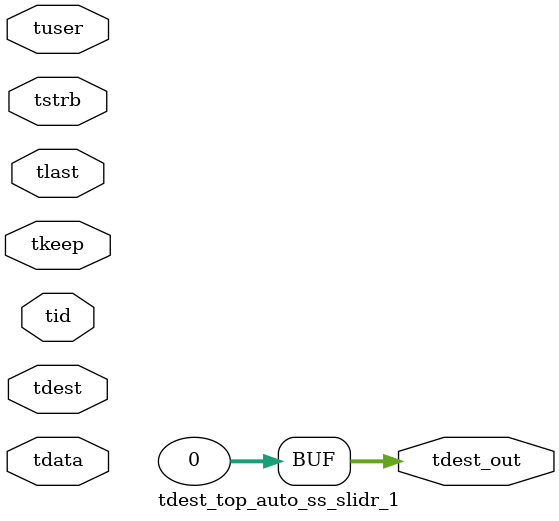
<source format=v>


`timescale 1ps/1ps

module tdest_top_auto_ss_slidr_1 #
(
parameter C_S_AXIS_TDATA_WIDTH = 32,
parameter C_S_AXIS_TUSER_WIDTH = 0,
parameter C_S_AXIS_TID_WIDTH   = 0,
parameter C_S_AXIS_TDEST_WIDTH = 0,
parameter C_M_AXIS_TDEST_WIDTH = 32
)
(
input  [(C_S_AXIS_TDATA_WIDTH == 0 ? 1 : C_S_AXIS_TDATA_WIDTH)-1:0     ] tdata,
input  [(C_S_AXIS_TUSER_WIDTH == 0 ? 1 : C_S_AXIS_TUSER_WIDTH)-1:0     ] tuser,
input  [(C_S_AXIS_TID_WIDTH   == 0 ? 1 : C_S_AXIS_TID_WIDTH)-1:0       ] tid,
input  [(C_S_AXIS_TDEST_WIDTH == 0 ? 1 : C_S_AXIS_TDEST_WIDTH)-1:0     ] tdest,
input  [(C_S_AXIS_TDATA_WIDTH/8)-1:0 ] tkeep,
input  [(C_S_AXIS_TDATA_WIDTH/8)-1:0 ] tstrb,
input                                                                    tlast,
output [C_M_AXIS_TDEST_WIDTH-1:0] tdest_out
);

assign tdest_out = {1'b0};

endmodule


</source>
